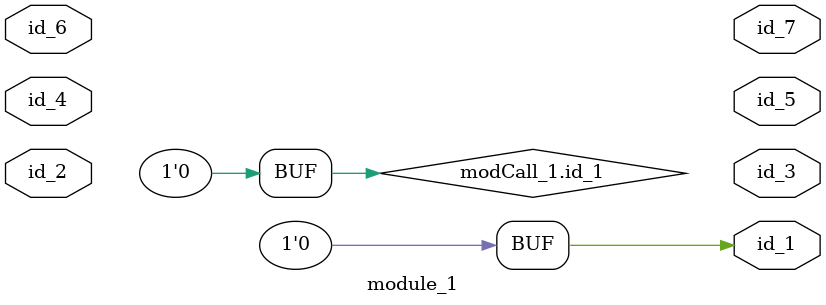
<source format=v>
module module_0;
  wire id_2, id_3;
  assign id_1 = (-1'b0) && 1;
endmodule
module module_1 (
    id_1,
    id_2,
    id_3,
    id_4,
    id_5,
    id_6,
    id_7
);
  output wire id_7;
  inout wire id_6;
  output wire id_5;
  inout wire id_4;
  output wire id_3;
  input wire id_2;
  output wire id_1;
  wire id_8;
  assign id_1 = 1'b0;
  wire id_9;
  module_0 modCall_1 ();
  assign modCall_1.id_1 = 0;
  wire id_10;
  wire id_11, id_12;
  wire id_13;
  wire id_14;
endmodule

</source>
